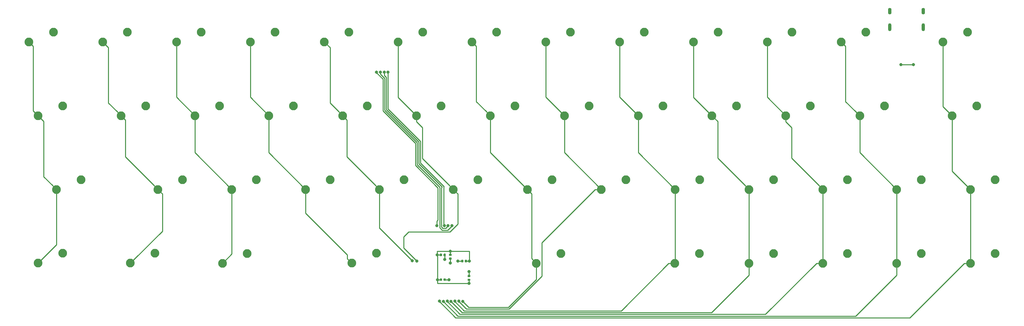
<source format=gbr>
G04 #@! TF.GenerationSoftware,KiCad,Pcbnew,(5.1.5)-3*
G04 #@! TF.CreationDate,2020-05-19T14:28:27+02:00*
G04 #@! TF.ProjectId,40 with arrows,34302520-7769-4746-9820-6172726f7773,rev?*
G04 #@! TF.SameCoordinates,Original*
G04 #@! TF.FileFunction,Copper,L1,Top*
G04 #@! TF.FilePolarity,Positive*
%FSLAX46Y46*%
G04 Gerber Fmt 4.6, Leading zero omitted, Abs format (unit mm)*
G04 Created by KiCad (PCBNEW (5.1.5)-3) date 2020-05-19 14:28:27*
%MOMM*%
%LPD*%
G04 APERTURE LIST*
%ADD10O,0.900000X1.700000*%
%ADD11O,0.900000X2.000000*%
%ADD12C,2.250000*%
%ADD13C,0.100000*%
%ADD14C,0.800000*%
%ADD15C,0.250000*%
G04 APERTURE END LIST*
D10*
X254240000Y-37130000D03*
X245600000Y-37130000D03*
D11*
X254240000Y-41300000D03*
X245600000Y-41300000D03*
D12*
X160800000Y-99670000D03*
X154450000Y-102210000D03*
G04 #@! TA.AperFunction,SMDPad,CuDef*
D13*
G36*
X137236958Y-105210710D02*
G01*
X137251276Y-105212834D01*
X137265317Y-105216351D01*
X137278946Y-105221228D01*
X137292031Y-105227417D01*
X137304447Y-105234858D01*
X137316073Y-105243481D01*
X137326798Y-105253202D01*
X137336519Y-105263927D01*
X137345142Y-105275553D01*
X137352583Y-105287969D01*
X137358772Y-105301054D01*
X137363649Y-105314683D01*
X137367166Y-105328724D01*
X137369290Y-105343042D01*
X137370000Y-105357500D01*
X137370000Y-105652500D01*
X137369290Y-105666958D01*
X137367166Y-105681276D01*
X137363649Y-105695317D01*
X137358772Y-105708946D01*
X137352583Y-105722031D01*
X137345142Y-105734447D01*
X137336519Y-105746073D01*
X137326798Y-105756798D01*
X137316073Y-105766519D01*
X137304447Y-105775142D01*
X137292031Y-105782583D01*
X137278946Y-105788772D01*
X137265317Y-105793649D01*
X137251276Y-105797166D01*
X137236958Y-105799290D01*
X137222500Y-105800000D01*
X136877500Y-105800000D01*
X136863042Y-105799290D01*
X136848724Y-105797166D01*
X136834683Y-105793649D01*
X136821054Y-105788772D01*
X136807969Y-105782583D01*
X136795553Y-105775142D01*
X136783927Y-105766519D01*
X136773202Y-105756798D01*
X136763481Y-105746073D01*
X136754858Y-105734447D01*
X136747417Y-105722031D01*
X136741228Y-105708946D01*
X136736351Y-105695317D01*
X136732834Y-105681276D01*
X136730710Y-105666958D01*
X136730000Y-105652500D01*
X136730000Y-105357500D01*
X136730710Y-105343042D01*
X136732834Y-105328724D01*
X136736351Y-105314683D01*
X136741228Y-105301054D01*
X136747417Y-105287969D01*
X136754858Y-105275553D01*
X136763481Y-105263927D01*
X136773202Y-105253202D01*
X136783927Y-105243481D01*
X136795553Y-105234858D01*
X136807969Y-105227417D01*
X136821054Y-105221228D01*
X136834683Y-105216351D01*
X136848724Y-105212834D01*
X136863042Y-105210710D01*
X136877500Y-105210000D01*
X137222500Y-105210000D01*
X137236958Y-105210710D01*
G37*
G04 #@! TD.AperFunction*
G04 #@! TA.AperFunction,SMDPad,CuDef*
G36*
X137236958Y-106180710D02*
G01*
X137251276Y-106182834D01*
X137265317Y-106186351D01*
X137278946Y-106191228D01*
X137292031Y-106197417D01*
X137304447Y-106204858D01*
X137316073Y-106213481D01*
X137326798Y-106223202D01*
X137336519Y-106233927D01*
X137345142Y-106245553D01*
X137352583Y-106257969D01*
X137358772Y-106271054D01*
X137363649Y-106284683D01*
X137367166Y-106298724D01*
X137369290Y-106313042D01*
X137370000Y-106327500D01*
X137370000Y-106622500D01*
X137369290Y-106636958D01*
X137367166Y-106651276D01*
X137363649Y-106665317D01*
X137358772Y-106678946D01*
X137352583Y-106692031D01*
X137345142Y-106704447D01*
X137336519Y-106716073D01*
X137326798Y-106726798D01*
X137316073Y-106736519D01*
X137304447Y-106745142D01*
X137292031Y-106752583D01*
X137278946Y-106758772D01*
X137265317Y-106763649D01*
X137251276Y-106767166D01*
X137236958Y-106769290D01*
X137222500Y-106770000D01*
X136877500Y-106770000D01*
X136863042Y-106769290D01*
X136848724Y-106767166D01*
X136834683Y-106763649D01*
X136821054Y-106758772D01*
X136807969Y-106752583D01*
X136795553Y-106745142D01*
X136783927Y-106736519D01*
X136773202Y-106726798D01*
X136763481Y-106716073D01*
X136754858Y-106704447D01*
X136747417Y-106692031D01*
X136741228Y-106678946D01*
X136736351Y-106665317D01*
X136732834Y-106651276D01*
X136730710Y-106636958D01*
X136730000Y-106622500D01*
X136730000Y-106327500D01*
X136730710Y-106313042D01*
X136732834Y-106298724D01*
X136736351Y-106284683D01*
X136741228Y-106271054D01*
X136747417Y-106257969D01*
X136754858Y-106245553D01*
X136763481Y-106233927D01*
X136773202Y-106223202D01*
X136783927Y-106213481D01*
X136795553Y-106204858D01*
X136807969Y-106197417D01*
X136821054Y-106191228D01*
X136834683Y-106186351D01*
X136848724Y-106182834D01*
X136863042Y-106180710D01*
X136877500Y-106180000D01*
X137222500Y-106180000D01*
X137236958Y-106180710D01*
G37*
G04 #@! TD.AperFunction*
D12*
X113170000Y-99650000D03*
X106820000Y-102190000D03*
G04 #@! TA.AperFunction,SMDPad,CuDef*
D13*
G36*
X129986958Y-106130710D02*
G01*
X130001276Y-106132834D01*
X130015317Y-106136351D01*
X130028946Y-106141228D01*
X130042031Y-106147417D01*
X130054447Y-106154858D01*
X130066073Y-106163481D01*
X130076798Y-106173202D01*
X130086519Y-106183927D01*
X130095142Y-106195553D01*
X130102583Y-106207969D01*
X130108772Y-106221054D01*
X130113649Y-106234683D01*
X130117166Y-106248724D01*
X130119290Y-106263042D01*
X130120000Y-106277500D01*
X130120000Y-106622500D01*
X130119290Y-106636958D01*
X130117166Y-106651276D01*
X130113649Y-106665317D01*
X130108772Y-106678946D01*
X130102583Y-106692031D01*
X130095142Y-106704447D01*
X130086519Y-106716073D01*
X130076798Y-106726798D01*
X130066073Y-106736519D01*
X130054447Y-106745142D01*
X130042031Y-106752583D01*
X130028946Y-106758772D01*
X130015317Y-106763649D01*
X130001276Y-106767166D01*
X129986958Y-106769290D01*
X129972500Y-106770000D01*
X129677500Y-106770000D01*
X129663042Y-106769290D01*
X129648724Y-106767166D01*
X129634683Y-106763649D01*
X129621054Y-106758772D01*
X129607969Y-106752583D01*
X129595553Y-106745142D01*
X129583927Y-106736519D01*
X129573202Y-106726798D01*
X129563481Y-106716073D01*
X129554858Y-106704447D01*
X129547417Y-106692031D01*
X129541228Y-106678946D01*
X129536351Y-106665317D01*
X129532834Y-106651276D01*
X129530710Y-106636958D01*
X129530000Y-106622500D01*
X129530000Y-106277500D01*
X129530710Y-106263042D01*
X129532834Y-106248724D01*
X129536351Y-106234683D01*
X129541228Y-106221054D01*
X129547417Y-106207969D01*
X129554858Y-106195553D01*
X129563481Y-106183927D01*
X129573202Y-106173202D01*
X129583927Y-106163481D01*
X129595553Y-106154858D01*
X129607969Y-106147417D01*
X129621054Y-106141228D01*
X129634683Y-106136351D01*
X129648724Y-106132834D01*
X129663042Y-106130710D01*
X129677500Y-106130000D01*
X129972500Y-106130000D01*
X129986958Y-106130710D01*
G37*
G04 #@! TD.AperFunction*
G04 #@! TA.AperFunction,SMDPad,CuDef*
G36*
X130956958Y-106130710D02*
G01*
X130971276Y-106132834D01*
X130985317Y-106136351D01*
X130998946Y-106141228D01*
X131012031Y-106147417D01*
X131024447Y-106154858D01*
X131036073Y-106163481D01*
X131046798Y-106173202D01*
X131056519Y-106183927D01*
X131065142Y-106195553D01*
X131072583Y-106207969D01*
X131078772Y-106221054D01*
X131083649Y-106234683D01*
X131087166Y-106248724D01*
X131089290Y-106263042D01*
X131090000Y-106277500D01*
X131090000Y-106622500D01*
X131089290Y-106636958D01*
X131087166Y-106651276D01*
X131083649Y-106665317D01*
X131078772Y-106678946D01*
X131072583Y-106692031D01*
X131065142Y-106704447D01*
X131056519Y-106716073D01*
X131046798Y-106726798D01*
X131036073Y-106736519D01*
X131024447Y-106745142D01*
X131012031Y-106752583D01*
X130998946Y-106758772D01*
X130985317Y-106763649D01*
X130971276Y-106767166D01*
X130956958Y-106769290D01*
X130942500Y-106770000D01*
X130647500Y-106770000D01*
X130633042Y-106769290D01*
X130618724Y-106767166D01*
X130604683Y-106763649D01*
X130591054Y-106758772D01*
X130577969Y-106752583D01*
X130565553Y-106745142D01*
X130553927Y-106736519D01*
X130543202Y-106726798D01*
X130533481Y-106716073D01*
X130524858Y-106704447D01*
X130517417Y-106692031D01*
X130511228Y-106678946D01*
X130506351Y-106665317D01*
X130502834Y-106651276D01*
X130500710Y-106636958D01*
X130500000Y-106622500D01*
X130500000Y-106277500D01*
X130500710Y-106263042D01*
X130502834Y-106248724D01*
X130506351Y-106234683D01*
X130511228Y-106221054D01*
X130517417Y-106207969D01*
X130524858Y-106195553D01*
X130533481Y-106183927D01*
X130543202Y-106173202D01*
X130553927Y-106163481D01*
X130565553Y-106154858D01*
X130577969Y-106147417D01*
X130591054Y-106141228D01*
X130604683Y-106136351D01*
X130618724Y-106132834D01*
X130633042Y-106130710D01*
X130647500Y-106130000D01*
X130942500Y-106130000D01*
X130956958Y-106130710D01*
G37*
G04 #@! TD.AperFunction*
G04 #@! TA.AperFunction,SMDPad,CuDef*
G36*
X130946958Y-99740710D02*
G01*
X130961276Y-99742834D01*
X130975317Y-99746351D01*
X130988946Y-99751228D01*
X131002031Y-99757417D01*
X131014447Y-99764858D01*
X131026073Y-99773481D01*
X131036798Y-99783202D01*
X131046519Y-99793927D01*
X131055142Y-99805553D01*
X131062583Y-99817969D01*
X131068772Y-99831054D01*
X131073649Y-99844683D01*
X131077166Y-99858724D01*
X131079290Y-99873042D01*
X131080000Y-99887500D01*
X131080000Y-100232500D01*
X131079290Y-100246958D01*
X131077166Y-100261276D01*
X131073649Y-100275317D01*
X131068772Y-100288946D01*
X131062583Y-100302031D01*
X131055142Y-100314447D01*
X131046519Y-100326073D01*
X131036798Y-100336798D01*
X131026073Y-100346519D01*
X131014447Y-100355142D01*
X131002031Y-100362583D01*
X130988946Y-100368772D01*
X130975317Y-100373649D01*
X130961276Y-100377166D01*
X130946958Y-100379290D01*
X130932500Y-100380000D01*
X130637500Y-100380000D01*
X130623042Y-100379290D01*
X130608724Y-100377166D01*
X130594683Y-100373649D01*
X130581054Y-100368772D01*
X130567969Y-100362583D01*
X130555553Y-100355142D01*
X130543927Y-100346519D01*
X130533202Y-100336798D01*
X130523481Y-100326073D01*
X130514858Y-100314447D01*
X130507417Y-100302031D01*
X130501228Y-100288946D01*
X130496351Y-100275317D01*
X130492834Y-100261276D01*
X130490710Y-100246958D01*
X130490000Y-100232500D01*
X130490000Y-99887500D01*
X130490710Y-99873042D01*
X130492834Y-99858724D01*
X130496351Y-99844683D01*
X130501228Y-99831054D01*
X130507417Y-99817969D01*
X130514858Y-99805553D01*
X130523481Y-99793927D01*
X130533202Y-99783202D01*
X130543927Y-99773481D01*
X130555553Y-99764858D01*
X130567969Y-99757417D01*
X130581054Y-99751228D01*
X130594683Y-99746351D01*
X130608724Y-99742834D01*
X130623042Y-99740710D01*
X130637500Y-99740000D01*
X130932500Y-99740000D01*
X130946958Y-99740710D01*
G37*
G04 #@! TD.AperFunction*
G04 #@! TA.AperFunction,SMDPad,CuDef*
G36*
X129976958Y-99740710D02*
G01*
X129991276Y-99742834D01*
X130005317Y-99746351D01*
X130018946Y-99751228D01*
X130032031Y-99757417D01*
X130044447Y-99764858D01*
X130056073Y-99773481D01*
X130066798Y-99783202D01*
X130076519Y-99793927D01*
X130085142Y-99805553D01*
X130092583Y-99817969D01*
X130098772Y-99831054D01*
X130103649Y-99844683D01*
X130107166Y-99858724D01*
X130109290Y-99873042D01*
X130110000Y-99887500D01*
X130110000Y-100232500D01*
X130109290Y-100246958D01*
X130107166Y-100261276D01*
X130103649Y-100275317D01*
X130098772Y-100288946D01*
X130092583Y-100302031D01*
X130085142Y-100314447D01*
X130076519Y-100326073D01*
X130066798Y-100336798D01*
X130056073Y-100346519D01*
X130044447Y-100355142D01*
X130032031Y-100362583D01*
X130018946Y-100368772D01*
X130005317Y-100373649D01*
X129991276Y-100377166D01*
X129976958Y-100379290D01*
X129962500Y-100380000D01*
X129667500Y-100380000D01*
X129653042Y-100379290D01*
X129638724Y-100377166D01*
X129624683Y-100373649D01*
X129611054Y-100368772D01*
X129597969Y-100362583D01*
X129585553Y-100355142D01*
X129573927Y-100346519D01*
X129563202Y-100336798D01*
X129553481Y-100326073D01*
X129544858Y-100314447D01*
X129537417Y-100302031D01*
X129531228Y-100288946D01*
X129526351Y-100275317D01*
X129522834Y-100261276D01*
X129520710Y-100246958D01*
X129520000Y-100232500D01*
X129520000Y-99887500D01*
X129520710Y-99873042D01*
X129522834Y-99858724D01*
X129526351Y-99844683D01*
X129531228Y-99831054D01*
X129537417Y-99817969D01*
X129544858Y-99805553D01*
X129553481Y-99793927D01*
X129563202Y-99783202D01*
X129573927Y-99773481D01*
X129585553Y-99764858D01*
X129597969Y-99757417D01*
X129611054Y-99751228D01*
X129624683Y-99746351D01*
X129638724Y-99742834D01*
X129653042Y-99740710D01*
X129667500Y-99740000D01*
X129962500Y-99740000D01*
X129976958Y-99740710D01*
G37*
G04 #@! TD.AperFunction*
G04 #@! TA.AperFunction,SMDPad,CuDef*
G36*
X136436958Y-101330710D02*
G01*
X136451276Y-101332834D01*
X136465317Y-101336351D01*
X136478946Y-101341228D01*
X136492031Y-101347417D01*
X136504447Y-101354858D01*
X136516073Y-101363481D01*
X136526798Y-101373202D01*
X136536519Y-101383927D01*
X136545142Y-101395553D01*
X136552583Y-101407969D01*
X136558772Y-101421054D01*
X136563649Y-101434683D01*
X136567166Y-101448724D01*
X136569290Y-101463042D01*
X136570000Y-101477500D01*
X136570000Y-101822500D01*
X136569290Y-101836958D01*
X136567166Y-101851276D01*
X136563649Y-101865317D01*
X136558772Y-101878946D01*
X136552583Y-101892031D01*
X136545142Y-101904447D01*
X136536519Y-101916073D01*
X136526798Y-101926798D01*
X136516073Y-101936519D01*
X136504447Y-101945142D01*
X136492031Y-101952583D01*
X136478946Y-101958772D01*
X136465317Y-101963649D01*
X136451276Y-101967166D01*
X136436958Y-101969290D01*
X136422500Y-101970000D01*
X136127500Y-101970000D01*
X136113042Y-101969290D01*
X136098724Y-101967166D01*
X136084683Y-101963649D01*
X136071054Y-101958772D01*
X136057969Y-101952583D01*
X136045553Y-101945142D01*
X136033927Y-101936519D01*
X136023202Y-101926798D01*
X136013481Y-101916073D01*
X136004858Y-101904447D01*
X135997417Y-101892031D01*
X135991228Y-101878946D01*
X135986351Y-101865317D01*
X135982834Y-101851276D01*
X135980710Y-101836958D01*
X135980000Y-101822500D01*
X135980000Y-101477500D01*
X135980710Y-101463042D01*
X135982834Y-101448724D01*
X135986351Y-101434683D01*
X135991228Y-101421054D01*
X135997417Y-101407969D01*
X136004858Y-101395553D01*
X136013481Y-101383927D01*
X136023202Y-101373202D01*
X136033927Y-101363481D01*
X136045553Y-101354858D01*
X136057969Y-101347417D01*
X136071054Y-101341228D01*
X136084683Y-101336351D01*
X136098724Y-101332834D01*
X136113042Y-101330710D01*
X136127500Y-101330000D01*
X136422500Y-101330000D01*
X136436958Y-101330710D01*
G37*
G04 #@! TD.AperFunction*
G04 #@! TA.AperFunction,SMDPad,CuDef*
G36*
X135466958Y-101330710D02*
G01*
X135481276Y-101332834D01*
X135495317Y-101336351D01*
X135508946Y-101341228D01*
X135522031Y-101347417D01*
X135534447Y-101354858D01*
X135546073Y-101363481D01*
X135556798Y-101373202D01*
X135566519Y-101383927D01*
X135575142Y-101395553D01*
X135582583Y-101407969D01*
X135588772Y-101421054D01*
X135593649Y-101434683D01*
X135597166Y-101448724D01*
X135599290Y-101463042D01*
X135600000Y-101477500D01*
X135600000Y-101822500D01*
X135599290Y-101836958D01*
X135597166Y-101851276D01*
X135593649Y-101865317D01*
X135588772Y-101878946D01*
X135582583Y-101892031D01*
X135575142Y-101904447D01*
X135566519Y-101916073D01*
X135556798Y-101926798D01*
X135546073Y-101936519D01*
X135534447Y-101945142D01*
X135522031Y-101952583D01*
X135508946Y-101958772D01*
X135495317Y-101963649D01*
X135481276Y-101967166D01*
X135466958Y-101969290D01*
X135452500Y-101970000D01*
X135157500Y-101970000D01*
X135143042Y-101969290D01*
X135128724Y-101967166D01*
X135114683Y-101963649D01*
X135101054Y-101958772D01*
X135087969Y-101952583D01*
X135075553Y-101945142D01*
X135063927Y-101936519D01*
X135053202Y-101926798D01*
X135043481Y-101916073D01*
X135034858Y-101904447D01*
X135027417Y-101892031D01*
X135021228Y-101878946D01*
X135016351Y-101865317D01*
X135012834Y-101851276D01*
X135010710Y-101836958D01*
X135010000Y-101822500D01*
X135010000Y-101477500D01*
X135010710Y-101463042D01*
X135012834Y-101448724D01*
X135016351Y-101434683D01*
X135021228Y-101421054D01*
X135027417Y-101407969D01*
X135034858Y-101395553D01*
X135043481Y-101383927D01*
X135053202Y-101373202D01*
X135063927Y-101363481D01*
X135075553Y-101354858D01*
X135087969Y-101347417D01*
X135101054Y-101341228D01*
X135114683Y-101336351D01*
X135128724Y-101332834D01*
X135143042Y-101330710D01*
X135157500Y-101330000D01*
X135452500Y-101330000D01*
X135466958Y-101330710D01*
G37*
G04 #@! TD.AperFunction*
G04 #@! TA.AperFunction,SMDPad,CuDef*
G36*
X132426958Y-100710710D02*
G01*
X132441276Y-100712834D01*
X132455317Y-100716351D01*
X132468946Y-100721228D01*
X132482031Y-100727417D01*
X132494447Y-100734858D01*
X132506073Y-100743481D01*
X132516798Y-100753202D01*
X132526519Y-100763927D01*
X132535142Y-100775553D01*
X132542583Y-100787969D01*
X132548772Y-100801054D01*
X132553649Y-100814683D01*
X132557166Y-100828724D01*
X132559290Y-100843042D01*
X132560000Y-100857500D01*
X132560000Y-101152500D01*
X132559290Y-101166958D01*
X132557166Y-101181276D01*
X132553649Y-101195317D01*
X132548772Y-101208946D01*
X132542583Y-101222031D01*
X132535142Y-101234447D01*
X132526519Y-101246073D01*
X132516798Y-101256798D01*
X132506073Y-101266519D01*
X132494447Y-101275142D01*
X132482031Y-101282583D01*
X132468946Y-101288772D01*
X132455317Y-101293649D01*
X132441276Y-101297166D01*
X132426958Y-101299290D01*
X132412500Y-101300000D01*
X132067500Y-101300000D01*
X132053042Y-101299290D01*
X132038724Y-101297166D01*
X132024683Y-101293649D01*
X132011054Y-101288772D01*
X131997969Y-101282583D01*
X131985553Y-101275142D01*
X131973927Y-101266519D01*
X131963202Y-101256798D01*
X131953481Y-101246073D01*
X131944858Y-101234447D01*
X131937417Y-101222031D01*
X131931228Y-101208946D01*
X131926351Y-101195317D01*
X131922834Y-101181276D01*
X131920710Y-101166958D01*
X131920000Y-101152500D01*
X131920000Y-100857500D01*
X131920710Y-100843042D01*
X131922834Y-100828724D01*
X131926351Y-100814683D01*
X131931228Y-100801054D01*
X131937417Y-100787969D01*
X131944858Y-100775553D01*
X131953481Y-100763927D01*
X131963202Y-100753202D01*
X131973927Y-100743481D01*
X131985553Y-100734858D01*
X131997969Y-100727417D01*
X132011054Y-100721228D01*
X132024683Y-100716351D01*
X132038724Y-100712834D01*
X132053042Y-100710710D01*
X132067500Y-100710000D01*
X132412500Y-100710000D01*
X132426958Y-100710710D01*
G37*
G04 #@! TD.AperFunction*
G04 #@! TA.AperFunction,SMDPad,CuDef*
G36*
X132426958Y-99740710D02*
G01*
X132441276Y-99742834D01*
X132455317Y-99746351D01*
X132468946Y-99751228D01*
X132482031Y-99757417D01*
X132494447Y-99764858D01*
X132506073Y-99773481D01*
X132516798Y-99783202D01*
X132526519Y-99793927D01*
X132535142Y-99805553D01*
X132542583Y-99817969D01*
X132548772Y-99831054D01*
X132553649Y-99844683D01*
X132557166Y-99858724D01*
X132559290Y-99873042D01*
X132560000Y-99887500D01*
X132560000Y-100182500D01*
X132559290Y-100196958D01*
X132557166Y-100211276D01*
X132553649Y-100225317D01*
X132548772Y-100238946D01*
X132542583Y-100252031D01*
X132535142Y-100264447D01*
X132526519Y-100276073D01*
X132516798Y-100286798D01*
X132506073Y-100296519D01*
X132494447Y-100305142D01*
X132482031Y-100312583D01*
X132468946Y-100318772D01*
X132455317Y-100323649D01*
X132441276Y-100327166D01*
X132426958Y-100329290D01*
X132412500Y-100330000D01*
X132067500Y-100330000D01*
X132053042Y-100329290D01*
X132038724Y-100327166D01*
X132024683Y-100323649D01*
X132011054Y-100318772D01*
X131997969Y-100312583D01*
X131985553Y-100305142D01*
X131973927Y-100296519D01*
X131963202Y-100286798D01*
X131953481Y-100276073D01*
X131944858Y-100264447D01*
X131937417Y-100252031D01*
X131931228Y-100238946D01*
X131926351Y-100225317D01*
X131922834Y-100211276D01*
X131920710Y-100196958D01*
X131920000Y-100182500D01*
X131920000Y-99887500D01*
X131920710Y-99873042D01*
X131922834Y-99858724D01*
X131926351Y-99844683D01*
X131931228Y-99831054D01*
X131937417Y-99817969D01*
X131944858Y-99805553D01*
X131953481Y-99793927D01*
X131963202Y-99783202D01*
X131973927Y-99773481D01*
X131985553Y-99764858D01*
X131997969Y-99757417D01*
X132011054Y-99751228D01*
X132024683Y-99746351D01*
X132038724Y-99742834D01*
X132053042Y-99740710D01*
X132067500Y-99740000D01*
X132412500Y-99740000D01*
X132426958Y-99740710D01*
G37*
G04 #@! TD.AperFunction*
D12*
X29840000Y-42510000D03*
X23490000Y-45050000D03*
X42540000Y-45050000D03*
X48890000Y-42510000D03*
X67940000Y-42510000D03*
X61590000Y-45050000D03*
X80640000Y-45050000D03*
X86990000Y-42510000D03*
X106090000Y-42510000D03*
X99740000Y-45050000D03*
X118790000Y-45050000D03*
X125140000Y-42510000D03*
X137840000Y-45050000D03*
X144190000Y-42510000D03*
X156890000Y-45050000D03*
X163240000Y-42510000D03*
X182290000Y-42510000D03*
X175940000Y-45050000D03*
X194990000Y-45050000D03*
X201340000Y-42510000D03*
X220390000Y-42510000D03*
X214040000Y-45050000D03*
X233090000Y-45050000D03*
X239440000Y-42510000D03*
X265640000Y-42510000D03*
X259290000Y-45050000D03*
X32220000Y-61560000D03*
X25870000Y-64100000D03*
X47300000Y-64100000D03*
X53650000Y-61560000D03*
X72720000Y-61560000D03*
X66370000Y-64100000D03*
X85420000Y-64100000D03*
X91770000Y-61560000D03*
X104480000Y-64100000D03*
X110830000Y-61560000D03*
X129880000Y-61560000D03*
X123530000Y-64100000D03*
X148940000Y-61570000D03*
X142590000Y-64110000D03*
X168010000Y-61570000D03*
X161660000Y-64110000D03*
X180710000Y-64120000D03*
X187060000Y-61580000D03*
X206100000Y-61580000D03*
X199750000Y-64120000D03*
X218800000Y-64110000D03*
X225150000Y-61570000D03*
X244210000Y-61570000D03*
X237860000Y-64110000D03*
X261680000Y-64120000D03*
X268030000Y-61580000D03*
X30630000Y-83150000D03*
X36980000Y-80610000D03*
X56830000Y-83150000D03*
X63180000Y-80610000D03*
X82240000Y-80610000D03*
X75890000Y-83150000D03*
X94940000Y-83150000D03*
X101290000Y-80610000D03*
X120340000Y-80610000D03*
X113990000Y-83150000D03*
X133040000Y-83170000D03*
X139390000Y-80630000D03*
X158460000Y-80620000D03*
X152110000Y-83160000D03*
X171200000Y-83170000D03*
X177550000Y-80630000D03*
X196600000Y-80630000D03*
X190250000Y-83170000D03*
X209310000Y-83170000D03*
X215660000Y-80630000D03*
X228360000Y-83170000D03*
X234710000Y-80630000D03*
X253760000Y-80640000D03*
X247410000Y-83180000D03*
X266450000Y-83180000D03*
X272800000Y-80640000D03*
X32210000Y-99650000D03*
X25860000Y-102190000D03*
X49670000Y-102190000D03*
X56020000Y-99650000D03*
X73480000Y-102210000D03*
X79830000Y-99670000D03*
X196520000Y-99680000D03*
X190170000Y-102220000D03*
X215610000Y-99680000D03*
X209260000Y-102220000D03*
X234670000Y-99670000D03*
X228320000Y-102210000D03*
X247380000Y-102220000D03*
X253730000Y-99680000D03*
X272780000Y-99700000D03*
X266430000Y-102240000D03*
D14*
X114189994Y-52885000D03*
X132680006Y-92485000D03*
X251680000Y-50970000D03*
X248445000Y-50940000D03*
X128890000Y-100050000D03*
X132250000Y-99110000D03*
X137190000Y-101640000D03*
X137050000Y-107390000D03*
X128910000Y-106450000D03*
X131900000Y-106440000D03*
X137050000Y-104400000D03*
X134200000Y-101650000D03*
X132240000Y-102140000D03*
X130790000Y-101210000D03*
X132440549Y-112025066D03*
X131440566Y-112018817D03*
X130440566Y-112020693D03*
X129440645Y-112007973D03*
X116190000Y-52885000D03*
X130680000Y-92485000D03*
X115189997Y-52885000D03*
X131680003Y-92485000D03*
X122440814Y-101546120D03*
X123610000Y-101690000D03*
X135440000Y-112030000D03*
X134440092Y-112016303D03*
X133440228Y-111999672D03*
X113189991Y-52885000D03*
X128779989Y-92485000D03*
D15*
X114189994Y-52885000D02*
X114189994Y-53378223D01*
X115289982Y-62718804D02*
X122743980Y-70172802D01*
X114189994Y-53378223D02*
X115289982Y-54478211D01*
X115289982Y-54478211D02*
X115289982Y-62718804D01*
X123671071Y-71099893D02*
X123671071Y-76723891D01*
X122743980Y-70172802D02*
X123671071Y-71099893D01*
X132680006Y-92557999D02*
X132680006Y-92485000D01*
X129504989Y-82557809D02*
X129504990Y-93019402D01*
X123671071Y-76723891D02*
X129504989Y-82557809D01*
X129504990Y-93019402D02*
X130145599Y-93660011D01*
X131577994Y-93660011D02*
X132680006Y-92557999D01*
X130145599Y-93660011D02*
X131577994Y-93660011D01*
X251680000Y-50970000D02*
X248475000Y-50970000D01*
X248475000Y-50970000D02*
X248445000Y-50940000D01*
X132247134Y-99957866D02*
X132240000Y-99965000D01*
X137050000Y-107390000D02*
X137050000Y-106475000D01*
X128910000Y-106450000D02*
X129825000Y-106450000D01*
X129805000Y-100050000D02*
X129815000Y-100060000D01*
X128890000Y-100050000D02*
X129805000Y-100050000D01*
X132250000Y-100025000D02*
X132240000Y-100035000D01*
X132250000Y-99110000D02*
X132250000Y-100025000D01*
X136285000Y-101640000D02*
X136275000Y-101650000D01*
X137190000Y-101640000D02*
X136285000Y-101640000D01*
X128910000Y-107380000D02*
X128910000Y-106450000D01*
X137050000Y-107390000D02*
X128920000Y-107390000D01*
X128920000Y-107390000D02*
X128910000Y-107380000D01*
X128910000Y-100070000D02*
X128890000Y-100050000D01*
X128910000Y-106450000D02*
X128910000Y-100070000D01*
X128900000Y-99110000D02*
X132250000Y-99110000D01*
X128890000Y-100050000D02*
X128890000Y-99120000D01*
X128890000Y-99120000D02*
X128900000Y-99110000D01*
X137190000Y-99110000D02*
X137190000Y-101640000D01*
X132250000Y-99110000D02*
X137190000Y-99110000D01*
X130795000Y-106450000D02*
X131890000Y-106450000D01*
X131890000Y-106450000D02*
X131900000Y-106440000D01*
X137050000Y-105505000D02*
X137050000Y-104400000D01*
X135305000Y-101650000D02*
X134200000Y-101650000D01*
X132240000Y-101005000D02*
X132240000Y-102140000D01*
X130785000Y-100060000D02*
X130785000Y-101205000D01*
X130785000Y-101205000D02*
X130790000Y-101210000D01*
X24745001Y-62975001D02*
X25870000Y-64100000D01*
X24614999Y-46174999D02*
X24614999Y-62844999D01*
X24614999Y-62844999D02*
X24745001Y-62975001D01*
X23490000Y-45050000D02*
X24614999Y-46174999D01*
X29505001Y-82025001D02*
X30630000Y-83150000D01*
X27361099Y-65591099D02*
X27361099Y-79881099D01*
X27361099Y-79881099D02*
X29505001Y-82025001D01*
X25870000Y-64100000D02*
X27361099Y-65591099D01*
X30630000Y-97420000D02*
X25860000Y-102190000D01*
X30630000Y-83150000D02*
X30630000Y-97420000D01*
X194990000Y-59360000D02*
X199750000Y-64120000D01*
X194990000Y-45050000D02*
X194990000Y-59360000D01*
X208185001Y-82045001D02*
X209310000Y-83170000D01*
X201241099Y-75101099D02*
X208185001Y-82045001D01*
X201241099Y-65611099D02*
X201241099Y-75101099D01*
X199750000Y-64120000D02*
X201241099Y-65611099D01*
X209310000Y-102170000D02*
X209260000Y-102220000D01*
X209310000Y-83170000D02*
X209310000Y-102170000D01*
X209260000Y-105266002D02*
X199591971Y-114934031D01*
X209260000Y-102220000D02*
X209260000Y-105266002D01*
X199591971Y-114934031D02*
X135301585Y-114934031D01*
X135301585Y-114934031D02*
X132440549Y-112072995D01*
X132440549Y-112072995D02*
X132440549Y-112025066D01*
X214040000Y-59350000D02*
X218800000Y-64110000D01*
X214040000Y-45050000D02*
X214040000Y-59350000D01*
X220291099Y-75101099D02*
X227235001Y-82045001D01*
X220291099Y-67192089D02*
X220291099Y-75101099D01*
X227235001Y-82045001D02*
X228360000Y-83170000D01*
X218800000Y-65700990D02*
X220291099Y-67192089D01*
X218800000Y-64110000D02*
X218800000Y-65700990D01*
X228360000Y-102170000D02*
X228320000Y-102210000D01*
X228360000Y-83170000D02*
X228360000Y-102170000D01*
X226729010Y-102210000D02*
X213554969Y-115384041D01*
X213554969Y-115384041D02*
X134726522Y-115384041D01*
X228320000Y-102210000D02*
X226729010Y-102210000D01*
X131440566Y-112098085D02*
X131440566Y-112018817D01*
X134726522Y-115384041D02*
X131440566Y-112098085D01*
X236735001Y-62985001D02*
X237860000Y-64110000D01*
X234214999Y-60464999D02*
X236735001Y-62985001D01*
X234214999Y-46174999D02*
X234214999Y-60464999D01*
X233090000Y-45050000D02*
X234214999Y-46174999D01*
X237860000Y-73630000D02*
X247410000Y-83180000D01*
X237860000Y-64110000D02*
X237860000Y-73630000D01*
X247410000Y-102190000D02*
X247380000Y-102220000D01*
X247410000Y-83180000D02*
X247410000Y-102190000D01*
X247380000Y-102220000D02*
X247380000Y-105266002D01*
X247380000Y-105266002D02*
X236811951Y-115834051D01*
X236811951Y-115834051D02*
X134182798Y-115834051D01*
X130440566Y-112091819D02*
X130440566Y-112020693D01*
X134182798Y-115834051D02*
X130440566Y-112091819D01*
X259290000Y-61730000D02*
X261680000Y-64120000D01*
X259290000Y-45050000D02*
X259290000Y-61730000D01*
X261680000Y-78410000D02*
X266450000Y-83180000D01*
X261680000Y-64120000D02*
X261680000Y-78410000D01*
X266450000Y-102220000D02*
X266430000Y-102240000D01*
X266450000Y-83180000D02*
X266450000Y-102220000D01*
X264839010Y-102240000D02*
X250794949Y-116284061D01*
X266430000Y-102240000D02*
X264839010Y-102240000D01*
X129440645Y-112093774D02*
X129440645Y-112007973D01*
X250794949Y-116284061D02*
X133630932Y-116284061D01*
X133630932Y-116284061D02*
X129440645Y-112093774D01*
X116190000Y-52885000D02*
X116190000Y-58250000D01*
X116190000Y-62346002D02*
X123643998Y-69800000D01*
X116190000Y-58250000D02*
X116190000Y-62346002D01*
X124571089Y-70727091D02*
X124571089Y-76351089D01*
X123643998Y-69800000D02*
X124571089Y-70727091D01*
X124571089Y-76351089D02*
X130660000Y-82440000D01*
X130569999Y-92374999D02*
X130680000Y-92485000D01*
X130660000Y-82440000D02*
X130569999Y-82530001D01*
X130569999Y-82530001D02*
X130569999Y-92374999D01*
X115189997Y-52885000D02*
X115189997Y-53720007D01*
X115739991Y-62532403D02*
X123193989Y-69986401D01*
X115189997Y-53720007D02*
X115739990Y-54270000D01*
X115739990Y-54270000D02*
X115739991Y-62532403D01*
X124121079Y-70913491D02*
X124121080Y-76537490D01*
X123193989Y-69986401D02*
X124121079Y-70913491D01*
X124121080Y-76537490D02*
X130119989Y-82536399D01*
X131405001Y-92833001D02*
X131405001Y-92760002D01*
X129954999Y-82701389D02*
X129954999Y-92833001D01*
X130331999Y-93210001D02*
X131028001Y-93210001D01*
X130119989Y-82536399D02*
X129954999Y-82701389D01*
X131405001Y-92760002D02*
X131680003Y-92485000D01*
X129954999Y-92833001D02*
X130331999Y-93210001D01*
X131028001Y-93210001D02*
X131405001Y-92833001D01*
X46175001Y-62975001D02*
X47300000Y-64100000D01*
X44031099Y-46541099D02*
X44031099Y-60831099D01*
X44031099Y-60831099D02*
X46175001Y-62975001D01*
X42540000Y-45050000D02*
X44031099Y-46541099D01*
X55705001Y-82025001D02*
X56830000Y-83150000D01*
X48424999Y-74744999D02*
X55705001Y-82025001D01*
X48424999Y-65224999D02*
X48424999Y-74744999D01*
X47300000Y-64100000D02*
X48424999Y-65224999D01*
X50794999Y-101065001D02*
X49670000Y-102190000D01*
X57954999Y-93905001D02*
X50794999Y-101065001D01*
X57954999Y-84274999D02*
X57954999Y-93905001D01*
X56830000Y-83150000D02*
X57954999Y-84274999D01*
X61590000Y-59320000D02*
X66370000Y-64100000D01*
X61590000Y-45050000D02*
X61590000Y-59320000D01*
X66370000Y-73630000D02*
X75890000Y-83150000D01*
X66370000Y-64100000D02*
X66370000Y-73630000D01*
X75890000Y-99800000D02*
X73480000Y-102210000D01*
X75890000Y-83150000D02*
X75890000Y-99800000D01*
X80640000Y-59320000D02*
X85420000Y-64100000D01*
X80640000Y-45050000D02*
X80640000Y-59320000D01*
X85420000Y-73630000D02*
X94940000Y-83150000D01*
X85420000Y-64100000D02*
X85420000Y-73630000D01*
X105695001Y-101065001D02*
X106820000Y-102190000D01*
X94940000Y-89259276D02*
X105695001Y-100014277D01*
X105695001Y-100014277D02*
X105695001Y-101065001D01*
X94940000Y-83150000D02*
X94940000Y-89259276D01*
X101231099Y-60851099D02*
X103355001Y-62975001D01*
X101231099Y-46541099D02*
X101231099Y-60851099D01*
X103355001Y-62975001D02*
X104480000Y-64100000D01*
X99740000Y-45050000D02*
X101231099Y-46541099D01*
X105604999Y-74764999D02*
X112865001Y-82025001D01*
X112865001Y-82025001D02*
X113990000Y-83150000D01*
X105604999Y-65224999D02*
X105604999Y-74764999D01*
X104480000Y-64100000D02*
X105604999Y-65224999D01*
X113990000Y-83150000D02*
X113990000Y-93145131D01*
X113990000Y-93145131D02*
X114039825Y-93145131D01*
X114039825Y-93145131D02*
X122440814Y-101546120D01*
X118790000Y-59360000D02*
X123530000Y-64100000D01*
X118790000Y-45050000D02*
X118790000Y-59360000D01*
X125021099Y-75151099D02*
X131915001Y-82045001D01*
X123530000Y-65690990D02*
X125021099Y-67182089D01*
X131915001Y-82045001D02*
X133040000Y-83170000D01*
X125021099Y-67182089D02*
X125021099Y-75151099D01*
X123530000Y-64100000D02*
X123530000Y-65690990D01*
X134164999Y-84294999D02*
X134164999Y-92073009D01*
X134164999Y-92073009D02*
X132127987Y-94110021D01*
X133040000Y-83170000D02*
X134164999Y-84294999D01*
X120217349Y-95361927D02*
X120217349Y-98297349D01*
X121469255Y-94110021D02*
X120217349Y-95361927D01*
X120217349Y-98297349D02*
X123610000Y-101690000D01*
X132127987Y-94110021D02*
X121469255Y-94110021D01*
X138964999Y-60484999D02*
X141465001Y-62985001D01*
X141465001Y-62985001D02*
X142590000Y-64110000D01*
X138964999Y-46174999D02*
X138964999Y-60484999D01*
X137840000Y-45050000D02*
X138964999Y-46174999D01*
X142590000Y-73640000D02*
X150820000Y-81870000D01*
X142590000Y-64110000D02*
X142590000Y-73640000D01*
X150820000Y-81870000D02*
X152110000Y-83160000D01*
X153234999Y-100994999D02*
X153325001Y-101085001D01*
X153234999Y-84284999D02*
X153234999Y-100994999D01*
X153325001Y-101085001D02*
X154450000Y-102210000D01*
X152110000Y-83160000D02*
X153234999Y-84284999D01*
X136994001Y-113584001D02*
X135440000Y-112030000D01*
X154450000Y-102210000D02*
X154450000Y-106375272D01*
X147241271Y-113584001D02*
X136994001Y-113584001D01*
X154450000Y-106375272D02*
X147241271Y-113584001D01*
X156890000Y-59340000D02*
X161660000Y-64110000D01*
X156890000Y-45050000D02*
X156890000Y-59340000D01*
X161660000Y-73630000D02*
X171200000Y-83170000D01*
X161660000Y-64110000D02*
X161660000Y-73630000D01*
X134440092Y-112103094D02*
X134440092Y-112016303D01*
X136371009Y-114034011D02*
X134440092Y-112103094D01*
X169609010Y-83170000D02*
X155900001Y-96879009D01*
X147427671Y-114034011D02*
X136371009Y-114034011D01*
X171200000Y-83170000D02*
X169609010Y-83170000D01*
X155900001Y-96879009D02*
X155900001Y-105561681D01*
X155900001Y-105561681D02*
X147427671Y-114034011D01*
X175940000Y-59350000D02*
X180710000Y-64120000D01*
X175940000Y-45050000D02*
X175940000Y-59350000D01*
X180710000Y-73630000D02*
X190250000Y-83170000D01*
X180710000Y-64120000D02*
X180710000Y-73630000D01*
X190250000Y-102140000D02*
X190170000Y-102220000D01*
X190250000Y-83170000D02*
X190250000Y-102140000D01*
X188579010Y-102220000D02*
X176314989Y-114484021D01*
X176314989Y-114484021D02*
X135834808Y-114484021D01*
X190170000Y-102220000D02*
X188579010Y-102220000D01*
X135834808Y-114484021D02*
X133440228Y-112089441D01*
X133440228Y-112089441D02*
X133440228Y-111999672D01*
X114839972Y-54689972D02*
X114839972Y-62905204D01*
X113189991Y-52885000D02*
X113189991Y-53039991D01*
X113189991Y-53039991D02*
X114839972Y-54689972D01*
X114839972Y-62909972D02*
X123221061Y-71291061D01*
X114839972Y-62905204D02*
X114839972Y-62909972D01*
X123221061Y-71291061D02*
X123221062Y-76910292D01*
X129054981Y-82744211D02*
X129054981Y-91055019D01*
X123221062Y-76910292D02*
X129054981Y-82744211D01*
X129054981Y-91055019D02*
X128779989Y-91330011D01*
X128779989Y-91330011D02*
X128779989Y-92485000D01*
M02*

</source>
